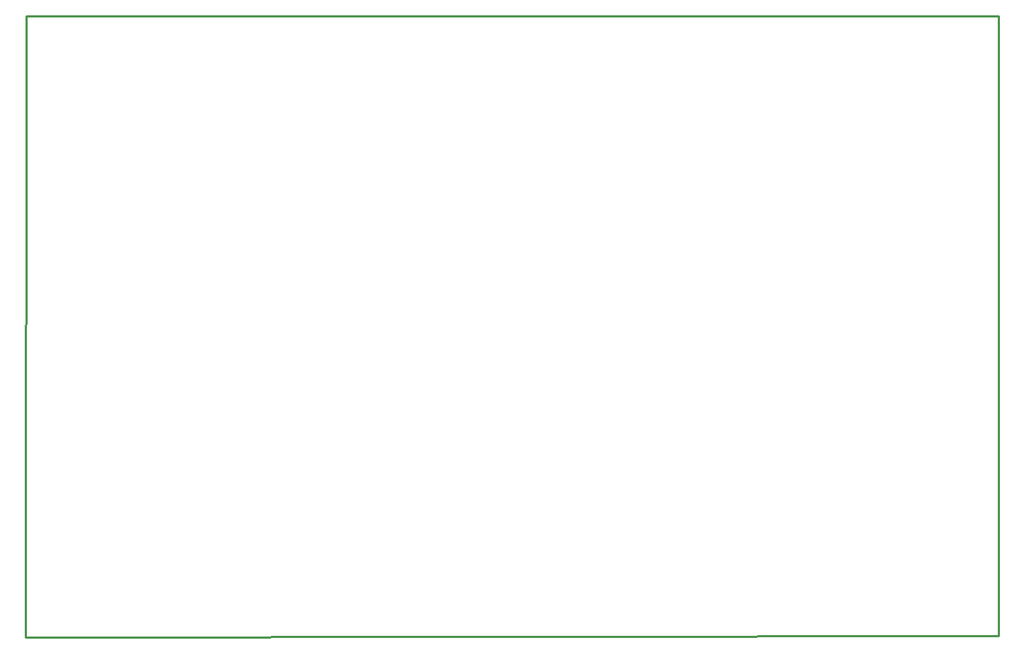
<source format=gbr>
G04 EAGLE Gerber RS-274X export*
G75*
%MOMM*%
%FSLAX34Y34*%
%LPD*%
%IN*%
%IPPOS*%
%AMOC8*
5,1,8,0,0,1.08239X$1,22.5*%
G01*
%ADD10C,0.254000*%


D10*
X-21000Y-2000D02*
X1110000Y0D01*
X1110000Y720000D01*
X-20000Y720000D01*
X-21000Y-2000D01*
M02*

</source>
